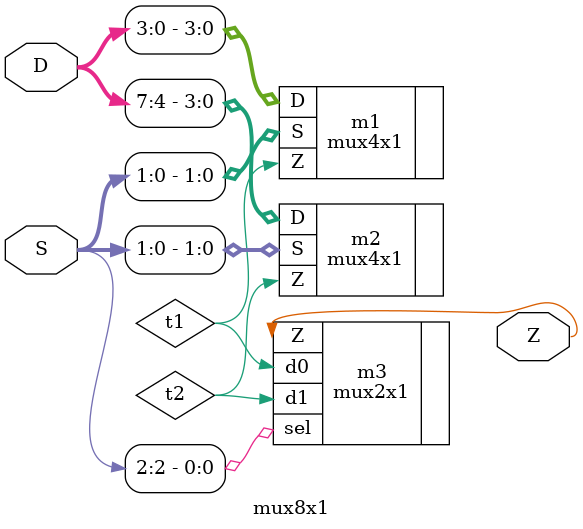
<source format=v>
module mux8x1(
    input wire [7:0] D,
    input wire [2:0] S,
    output wire Z
    );
    
    wire t1, t2;
    mux4x1 m1(.D(D[3:0]), .S(S[1:0]), .Z(t1));
    mux4x1 m2(.D(D[7:4]), .S(S[1:0]), .Z(t2));
    mux2x1 m3(.d0(t1), .d1(t2), .sel(S[2]), .Z(Z));

endmodule
</source>
